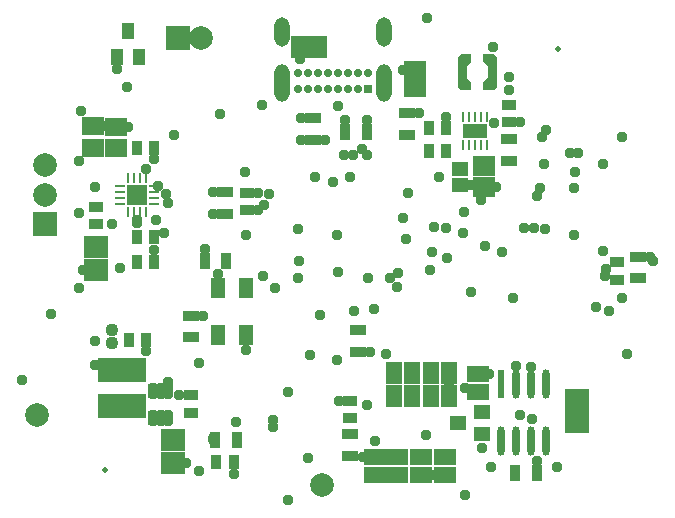
<source format=gbs>
G04*
G04 #@! TF.GenerationSoftware,Altium Limited,Altium Designer,24.7.2 (38)*
G04*
G04 Layer_Color=16711935*
%FSLAX44Y44*%
%MOMM*%
G71*
G04*
G04 #@! TF.SameCoordinates,27BF797F-714E-4A77-BE02-AF934A81444A*
G04*
G04*
G04 #@! TF.FilePolarity,Negative*
G04*
G01*
G75*
%ADD28R,0.9578X1.2621*%
%ADD32R,0.9500X1.4000*%
%ADD34R,1.4000X0.9500*%
%ADD43R,1.9580X1.6580*%
G04:AMPARAMS|DCode=48|XSize=1.3mm|YSize=3.2mm|CornerRadius=0.65mm|HoleSize=0mm|Usage=FLASHONLY|Rotation=180.000|XOffset=0mm|YOffset=0mm|HoleType=Round|Shape=RoundedRectangle|*
%AMROUNDEDRECTD48*
21,1,1.3000,1.9000,0,0,180.0*
21,1,0.0000,3.2000,0,0,180.0*
1,1,1.3000,0.0000,0.9500*
1,1,1.3000,0.0000,0.9500*
1,1,1.3000,0.0000,-0.9500*
1,1,1.3000,0.0000,-0.9500*
%
%ADD48ROUNDEDRECTD48*%
G04:AMPARAMS|DCode=49|XSize=1.3mm|YSize=2.5mm|CornerRadius=0.65mm|HoleSize=0mm|Usage=FLASHONLY|Rotation=180.000|XOffset=0mm|YOffset=0mm|HoleType=Round|Shape=RoundedRectangle|*
%AMROUNDEDRECTD49*
21,1,1.3000,1.2000,0,0,180.0*
21,1,0.0000,2.5000,0,0,180.0*
1,1,1.3000,0.0000,0.6000*
1,1,1.3000,0.0000,0.6000*
1,1,1.3000,0.0000,-0.6000*
1,1,1.3000,0.0000,-0.6000*
%
%ADD49ROUNDEDRECTD49*%
%ADD54C,0.5080*%
%ADD55C,0.7000*%
G04:AMPARAMS|DCode=56|XSize=0.7mm|YSize=1.6mm|CornerRadius=0.35mm|HoleSize=0mm|Usage=FLASHONLY|Rotation=180.000|XOffset=0mm|YOffset=0mm|HoleType=Round|Shape=RoundedRectangle|*
%AMROUNDEDRECTD56*
21,1,0.7000,0.9000,0,0,180.0*
21,1,0.0000,1.6000,0,0,180.0*
1,1,0.7000,0.0000,0.4500*
1,1,0.7000,0.0000,0.4500*
1,1,0.7000,0.0000,-0.4500*
1,1,0.7000,0.0000,-0.4500*
%
%ADD56ROUNDEDRECTD56*%
%ADD57R,0.7000X0.7000*%
%ADD58C,2.0080*%
%ADD59R,2.0080X2.0080*%
%ADD60R,2.0080X2.0080*%
%ADD61C,0.9580*%
%ADD62C,1.1080*%
%ADD83R,1.2621X0.9578*%
G04:AMPARAMS|DCode=84|XSize=0.2393mm|YSize=0.866mm|CornerRadius=0.1196mm|HoleSize=0mm|Usage=FLASHONLY|Rotation=270.000|XOffset=0mm|YOffset=0mm|HoleType=Round|Shape=RoundedRectangle|*
%AMROUNDEDRECTD84*
21,1,0.2393,0.6267,0,0,270.0*
21,1,0.0000,0.8660,0,0,270.0*
1,1,0.2393,-0.3134,0.0000*
1,1,0.2393,-0.3134,0.0000*
1,1,0.2393,0.3134,0.0000*
1,1,0.2393,0.3134,0.0000*
%
%ADD84ROUNDEDRECTD84*%
G04:AMPARAMS|DCode=85|XSize=0.856mm|YSize=0.2425mm|CornerRadius=0.1212mm|HoleSize=0mm|Usage=FLASHONLY|Rotation=270.000|XOffset=0mm|YOffset=0mm|HoleType=Round|Shape=RoundedRectangle|*
%AMROUNDEDRECTD85*
21,1,0.8560,0.0000,0,0,270.0*
21,1,0.6136,0.2425,0,0,270.0*
1,1,0.2425,0.0000,-0.3068*
1,1,0.2425,0.0000,0.3068*
1,1,0.2425,0.0000,0.3068*
1,1,0.2425,0.0000,-0.3068*
%
%ADD85ROUNDEDRECTD85*%
%ADD89R,0.2425X0.8560*%
G04:AMPARAMS|DCode=91|XSize=2.4692mm|YSize=0.6221mm|CornerRadius=0.3111mm|HoleSize=0mm|Usage=FLASHONLY|Rotation=270.000|XOffset=0mm|YOffset=0mm|HoleType=Round|Shape=RoundedRectangle|*
%AMROUNDEDRECTD91*
21,1,2.4692,0.0000,0,0,270.0*
21,1,1.8470,0.6221,0,0,270.0*
1,1,0.6221,0.0000,-0.9235*
1,1,0.6221,0.0000,0.9235*
1,1,0.6221,0.0000,0.9235*
1,1,0.6221,0.0000,-0.9235*
%
%ADD91ROUNDEDRECTD91*%
%ADD93R,2.1000X1.2000*%
%ADD97R,1.2000X1.8000*%
G04:AMPARAMS|DCode=98|XSize=0.866mm|YSize=0.2393mm|CornerRadius=0.1196mm|HoleSize=0mm|Usage=FLASHONLY|Rotation=270.000|XOffset=0mm|YOffset=0mm|HoleType=Round|Shape=RoundedRectangle|*
%AMROUNDEDRECTD98*
21,1,0.8660,0.0000,0,0,270.0*
21,1,0.6267,0.2393,0,0,270.0*
1,1,0.2393,0.0000,-0.3134*
1,1,0.2393,0.0000,0.3134*
1,1,0.2393,0.0000,0.3134*
1,1,0.2393,0.0000,-0.3134*
%
%ADD98ROUNDEDRECTD98*%
%ADD99R,1.6800X1.6800*%
%ADD100R,1.0000X1.4000*%
%ADD103R,0.2393X0.8660*%
%ADD104C,0.9371*%
%ADD105R,0.6221X2.4692*%
G04:AMPARAMS|DCode=106|XSize=0.908mm|YSize=1.358mm|CornerRadius=0.304mm|HoleSize=0mm|Usage=FLASHONLY|Rotation=180.000|XOffset=0mm|YOffset=0mm|HoleType=Round|Shape=RoundedRectangle|*
%AMROUNDEDRECTD106*
21,1,0.9080,0.7500,0,0,180.0*
21,1,0.3000,1.3580,0,0,180.0*
1,1,0.6080,-0.1500,0.3750*
1,1,0.6080,0.1500,0.3750*
1,1,0.6080,0.1500,-0.3750*
1,1,0.6080,-0.1500,-0.3750*
%
%ADD106ROUNDEDRECTD106*%
%ADD107R,4.1080X2.0080*%
%ADD108R,1.4080X1.3080*%
%ADD109R,1.4580X1.3080*%
%ADD110R,1.8580X1.5080*%
%ADD111R,1.8580X1.4580*%
%ADD112R,1.4580X1.8580*%
%ADD113R,1.5080X1.8580*%
%ADD114R,2.0580X1.8580*%
%ADD115R,2.0580X1.9080*%
G36*
X387403Y376842D02*
X383603Y373692D01*
Y363492D01*
X387403Y360342D01*
Y353342D01*
X378553D01*
X376003Y355892D01*
Y368592D01*
Y381292D01*
X378553Y383842D01*
X387403D01*
Y376842D01*
D02*
G37*
G36*
X409003Y381292D02*
Y368592D01*
Y355892D01*
X406453Y353342D01*
X397603D01*
Y360342D01*
X401403Y363492D01*
Y373692D01*
X397603Y376842D01*
Y383842D01*
X406453D01*
X409003Y381292D01*
D02*
G37*
D28*
X97851Y141821D02*
D03*
X351897Y320883D02*
D03*
X351802Y302081D02*
D03*
X171757Y38077D02*
D03*
X366440Y320883D02*
D03*
X366346Y302081D02*
D03*
X119201Y304386D02*
D03*
X119286Y229264D02*
D03*
Y208026D02*
D03*
X112395Y141821D02*
D03*
X186301Y38077D02*
D03*
X104742Y229264D02*
D03*
X104742Y208026D02*
D03*
X104657Y304386D02*
D03*
D32*
X280776Y318049D02*
D03*
X299276D02*
D03*
X424328Y29302D02*
D03*
X170515Y57436D02*
D03*
X442828Y29302D02*
D03*
X161791Y208504D02*
D03*
X189016Y57436D02*
D03*
X180291Y208504D02*
D03*
D34*
X332752Y333760D02*
D03*
Y315260D02*
D03*
X178839Y266913D02*
D03*
Y248413D02*
D03*
X253479Y310870D02*
D03*
Y329370D02*
D03*
X284814Y61748D02*
D03*
X528475Y193839D02*
D03*
X291845Y149754D02*
D03*
X419522Y311765D02*
D03*
X528475Y212339D02*
D03*
X291845Y131254D02*
D03*
X284814Y43249D02*
D03*
X150196Y162401D02*
D03*
Y143902D02*
D03*
X419522Y293264D02*
D03*
D43*
X398041Y271344D02*
D03*
Y288844D02*
D03*
D48*
X227533Y359526D02*
D03*
X313933D02*
D03*
D49*
X227533Y402526D02*
D03*
X313933D02*
D03*
D54*
X77346Y31827D02*
D03*
X460681Y387677D02*
D03*
D55*
X283483Y354526D02*
D03*
X274983D02*
D03*
X266482D02*
D03*
X257983D02*
D03*
Y368026D02*
D03*
X266482D02*
D03*
X274983D02*
D03*
X283483D02*
D03*
X240982D02*
D03*
Y354526D02*
D03*
X300482Y368026D02*
D03*
X249483D02*
D03*
Y354526D02*
D03*
X291982D02*
D03*
Y368026D02*
D03*
D56*
X227533Y359526D02*
D03*
Y401026D02*
D03*
X313933Y359526D02*
D03*
Y401026D02*
D03*
D57*
X300482Y354526D02*
D03*
D58*
X260855Y19149D02*
D03*
X26328Y289773D02*
D03*
Y264773D02*
D03*
X19812Y77978D02*
D03*
X159080Y397710D02*
D03*
D59*
X26328Y239773D02*
D03*
D60*
X139080Y397710D02*
D03*
D61*
X413512Y216408D02*
D03*
X354464D02*
D03*
X432562Y236220D02*
D03*
X366482D02*
D03*
X440944Y236474D02*
D03*
X356362Y236982D02*
D03*
X249270Y41498D02*
D03*
X95770Y355600D02*
D03*
X160447Y162401D02*
D03*
X161791Y218755D02*
D03*
X57482Y335869D02*
D03*
X89983Y202369D02*
D03*
X196733Y230619D02*
D03*
X195732Y284119D02*
D03*
X55482Y292869D02*
D03*
X382417Y101081D02*
D03*
X314960Y129756D02*
D03*
X232785Y97774D02*
D03*
X156785Y122275D02*
D03*
X219785Y73774D02*
D03*
X382045Y10192D02*
D03*
X306324Y56139D02*
D03*
X425515Y119984D02*
D03*
X172845Y197864D02*
D03*
X196845Y133364D02*
D03*
X232785Y6210D02*
D03*
X156785Y30710D02*
D03*
X219785Y68211D02*
D03*
X460562Y34360D02*
D03*
X404562D02*
D03*
X515092Y313364D02*
D03*
Y177364D02*
D03*
X477592Y300364D02*
D03*
X499092Y290364D02*
D03*
X112395Y132260D02*
D03*
X140457Y94748D02*
D03*
X83332Y240030D02*
D03*
X120650Y243000D02*
D03*
X119286Y217587D02*
D03*
X429184Y326405D02*
D03*
X366440Y330444D02*
D03*
X451219Y319786D02*
D03*
X119201Y294825D02*
D03*
X207207Y251333D02*
D03*
X396175Y259957D02*
D03*
X168588Y248413D02*
D03*
X398881Y221613D02*
D03*
X343003Y333760D02*
D03*
X243228Y329370D02*
D03*
X302096Y131254D02*
D03*
X299276Y328299D02*
D03*
X541843Y208720D02*
D03*
X538725Y212339D02*
D03*
X442828Y39553D02*
D03*
X275253Y90147D02*
D03*
X186301Y28516D02*
D03*
X188401Y71862D02*
D03*
X447563Y313364D02*
D03*
X423062Y177364D02*
D03*
X471562Y300364D02*
D03*
X449562Y290364D02*
D03*
X31464Y163926D02*
D03*
X6963Y107927D02*
D03*
X68963Y140926D02*
D03*
Y120926D02*
D03*
X87642Y370873D02*
D03*
X58481Y201200D02*
D03*
X146307Y37937D02*
D03*
X77434Y322468D02*
D03*
X96949Y322419D02*
D03*
X408541Y271344D02*
D03*
X329728Y370128D02*
D03*
X242978Y379578D02*
D03*
X368747Y104076D02*
D03*
X295969Y42770D02*
D03*
X354695Y27348D02*
D03*
X402856Y113158D02*
D03*
X131021Y105779D02*
D03*
X111894Y286303D02*
D03*
X130380Y257302D02*
D03*
X334152Y265766D02*
D03*
X352536Y200766D02*
D03*
X254932Y279986D02*
D03*
X304931Y168162D02*
D03*
X406015Y389700D02*
D03*
X350015Y414201D02*
D03*
X241808Y208280D02*
D03*
X250952Y129032D02*
D03*
X241046Y194310D02*
D03*
X270256Y275082D02*
D03*
X221488Y185420D02*
D03*
X331978Y226822D02*
D03*
X211074Y195913D02*
D03*
X299212Y298450D02*
D03*
X318401Y194195D02*
D03*
X501396Y201676D02*
D03*
X474472Y270364D02*
D03*
X366721Y210765D02*
D03*
X500380Y196088D02*
D03*
X324612Y186944D02*
D03*
X498856Y216662D02*
D03*
X325374Y198628D02*
D03*
X446132Y270364D02*
D03*
X240792Y235766D02*
D03*
X443230Y263906D02*
D03*
X274066Y230765D02*
D03*
X449580Y235712D02*
D03*
X360426Y279908D02*
D03*
X407162Y325628D02*
D03*
X474472Y230364D02*
D03*
X273812Y124460D02*
D03*
X299212Y86868D02*
D03*
X287020Y298450D02*
D03*
X135473Y314869D02*
D03*
X127762Y232156D02*
D03*
X216154Y265430D02*
D03*
X55626Y248869D02*
D03*
X211836Y255766D02*
D03*
X210058Y340868D02*
D03*
X274320Y339852D02*
D03*
X387350Y182118D02*
D03*
X503936Y166624D02*
D03*
X492760Y169926D02*
D03*
X329438Y245110D02*
D03*
X474980Y283972D02*
D03*
X284932Y279654D02*
D03*
X299931Y193834D02*
D03*
X259588Y162814D02*
D03*
X294932Y303276D02*
D03*
X174565Y333061D02*
D03*
X288544Y166370D02*
D03*
X274932Y198882D02*
D03*
X129032Y265176D02*
D03*
X104394Y240538D02*
D03*
X104140D02*
D03*
X280776Y328299D02*
D03*
X279931Y298369D02*
D03*
X55482Y185386D02*
D03*
X68732Y270869D02*
D03*
X104394Y243431D02*
D03*
X207206Y265876D02*
D03*
X168588Y266913D02*
D03*
X243228Y310870D02*
D03*
X419623Y353505D02*
D03*
Y364632D02*
D03*
X375795Y71210D02*
D03*
X284814Y75603D02*
D03*
X150018Y80204D02*
D03*
X386433Y273191D02*
D03*
X381631Y250396D02*
D03*
X510835Y192403D02*
D03*
X519244Y129504D02*
D03*
X438215Y119146D02*
D03*
X380625Y231864D02*
D03*
X424328Y29302D02*
D03*
X263755Y310870D02*
D03*
X291845Y149754D02*
D03*
X337535Y114008D02*
D03*
X368734Y114146D02*
D03*
X365297Y27302D02*
D03*
X349045Y61442D02*
D03*
X121929Y271992D02*
D03*
X396946Y50489D02*
D03*
X429039Y78262D02*
D03*
X438960Y74859D02*
D03*
X104742Y208026D02*
D03*
D62*
X83334Y138936D02*
D03*
X83119Y149794D02*
D03*
X169785Y57460D02*
D03*
D83*
X197646Y265876D02*
D03*
Y251333D02*
D03*
X69596Y254414D02*
D03*
X419623Y340948D02*
D03*
X284814Y75603D02*
D03*
X150018Y80204D02*
D03*
X510835Y192812D02*
D03*
X419623Y326405D02*
D03*
X510835Y207355D02*
D03*
X69596Y239870D02*
D03*
X284814Y90147D02*
D03*
X150018Y94748D02*
D03*
D84*
X90164Y256992D02*
D03*
X118624D02*
D03*
Y266992D02*
D03*
Y271992D02*
D03*
Y261992D02*
D03*
X90164D02*
D03*
Y266992D02*
D03*
Y271992D02*
D03*
D85*
X400625Y330377D02*
D03*
X390625D02*
D03*
X385625Y306816D02*
D03*
Y330377D02*
D03*
X395625D02*
D03*
X400625Y306816D02*
D03*
X395625D02*
D03*
X390625D02*
D03*
X380625D02*
D03*
D89*
Y330377D02*
D03*
D91*
X438215Y104388D02*
D03*
X412815Y56116D02*
D03*
X425515Y104388D02*
D03*
Y56116D02*
D03*
X438215D02*
D03*
X450915D02*
D03*
Y104388D02*
D03*
D93*
X390625Y318596D02*
D03*
D97*
X172845Y185614D02*
D03*
X196845Y145614D02*
D03*
Y185614D02*
D03*
X172845Y145614D02*
D03*
D98*
X111894Y278723D02*
D03*
X101894D02*
D03*
X106894D02*
D03*
X111894Y250261D02*
D03*
X106894D02*
D03*
X101894D02*
D03*
X96894D02*
D03*
D99*
X104394Y264492D02*
D03*
D100*
X87642Y381124D02*
D03*
X97142Y403124D02*
D03*
X106642Y381124D02*
D03*
D103*
X96894Y278723D02*
D03*
D104*
X403659Y378636D02*
D03*
X381347D02*
D03*
D105*
X412815Y104388D02*
D03*
D106*
X118021Y98279D02*
D03*
X124521D02*
D03*
X131021Y75779D02*
D03*
Y98279D02*
D03*
X118021Y75779D02*
D03*
X124521D02*
D03*
D107*
X91552Y116665D02*
D03*
Y86165D02*
D03*
D108*
X376244Y71594D02*
D03*
X396243Y62095D02*
D03*
Y81095D02*
D03*
D109*
X378433Y273191D02*
D03*
Y286691D02*
D03*
D110*
X339728Y370128D02*
D03*
X86949Y322419D02*
D03*
X67434Y322468D02*
D03*
X339728Y355128D02*
D03*
X67434Y304468D02*
D03*
X86949Y304419D02*
D03*
D111*
X392856Y113158D02*
D03*
X305969Y42770D02*
D03*
X344695Y27348D02*
D03*
X392856Y97658D02*
D03*
X324805Y42802D02*
D03*
Y27302D02*
D03*
X344695Y42848D02*
D03*
X305969Y27270D02*
D03*
X365297Y27302D02*
D03*
Y42802D02*
D03*
D112*
X368747Y94076D02*
D03*
X322255Y94077D02*
D03*
X353247Y94076D02*
D03*
X368734Y114146D02*
D03*
X353234D02*
D03*
X337535Y114008D02*
D03*
X322035D02*
D03*
X337755Y94077D02*
D03*
D113*
X242978Y389578D02*
D03*
X257978D02*
D03*
D114*
X69481Y201200D02*
D03*
X135307Y37937D02*
D03*
Y57437D02*
D03*
X69481Y220700D02*
D03*
D115*
X477253Y72285D02*
D03*
Y91284D02*
D03*
M02*

</source>
